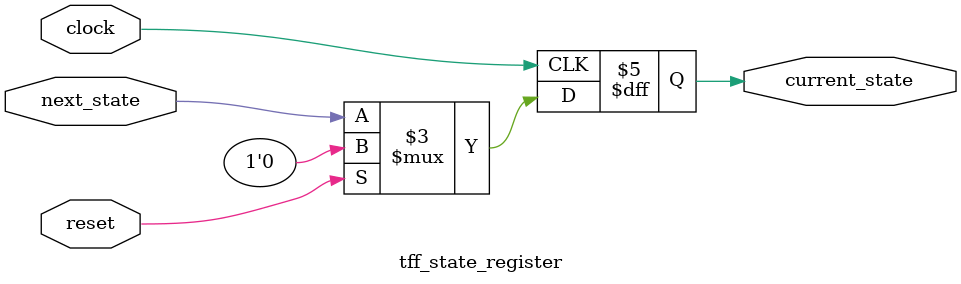
<source format=sv>
module t_ff_sync_reset (
    input wire clock,
    input wire reset,
    input wire toggle,
    output wire q_out
);
    // 内部连线
    wire next_state;
    wire toggle_pipelined;
    wire current_state_pipelined;
    
    // 流水线寄存器 - 为输入信号添加寄存器以减少组合逻辑路径
    toggle_pipeline input_pipeline (
        .clock(clock),
        .reset(reset),
        .toggle_in(toggle),
        .current_state_in(q_out),
        .toggle_out(toggle_pipelined),
        .current_state_out(current_state_pipelined)
    );
    
    // 状态逻辑子模块实例化 - 使用流水线后的信号
    tff_next_state_logic state_logic (
        .toggle(toggle_pipelined),
        .current_state(current_state_pipelined),
        .next_state(next_state)
    );
    
    // 状态寄存器子模块实例化
    tff_state_register state_reg (
        .clock(clock),
        .reset(reset),
        .next_state(next_state),
        .current_state(q_out)
    );
    
endmodule

// 流水线寄存器模块 - 为关键路径增加寄存器级
module toggle_pipeline (
    input wire clock,
    input wire reset,
    input wire toggle_in,
    input wire current_state_in,
    output reg toggle_out,
    output reg current_state_out
);
    always @(posedge clock) begin
        if (reset) begin
            toggle_out <= 1'b0;
            current_state_out <= 1'b0;
        end
        else begin
            toggle_out <= toggle_in;
            current_state_out <= current_state_in;
        end
    end
endmodule

// 组合逻辑子模块 - 计算下一状态
module tff_next_state_logic (
    input wire toggle,
    input wire current_state,
    output wire next_state
);
    // 参数化设计，提高可复用性
    parameter INVERT_LOGIC = 1'b0;
    
    // 翻转逻辑，根据toggle输入决定是否翻转当前状态
    assign next_state = toggle ? (current_state ^ ~INVERT_LOGIC) : current_state;
    
endmodule

// 时序逻辑子模块 - 状态寄存器
module tff_state_register (
    input wire clock,
    input wire reset,
    input wire next_state,
    output reg current_state
);
    // 参数化复位值，提高可复用性
    parameter RESET_VALUE = 1'b0;
    
    // 同步复位的状态寄存器
    always @(posedge clock) begin
        if (reset)
            current_state <= RESET_VALUE;
        else
            current_state <= next_state;
    end
    
endmodule
</source>
